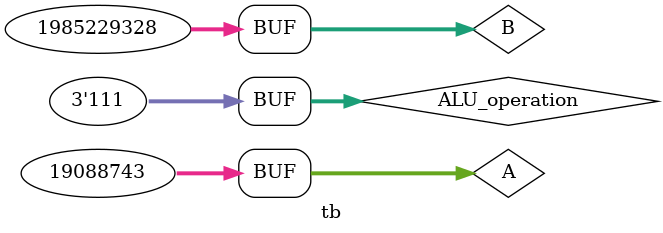
<source format=v>
`timescale 1ns / 1ps


module tb();
         reg [31:0] A, B;
 		  reg[2:0] ALU_operation;
		  wire[31:0]   res;
		  wire zero;
   ALU_wrapper ALU_wrapper_u(
       .A(A),
       .B(B),
       .ALU_operation(ALU_operation),
       .res(res),
       .zero(zero)
   );
   initial begin
       A=32'hA5A5A5A5;
       B=32'h5A5A5A5A;
       ALU_operation =3'b111;
       #100;
       ALU_operation =3'b110;
       #100;
       ALU_operation =3'b101;
       #100;
       ALU_operation =3'b100;
       #100;
       ALU_operation =3'b011;
       #100;
       ALU_operation =3'b010;
       #100;
       ALU_operation =3'b001;
       #100;
       ALU_operation =3'b000;
       #100;
       A=32'h01234567;
       B=32'h76543210;
       ALU_operation =3'b111;
   end
endmodule

</source>
